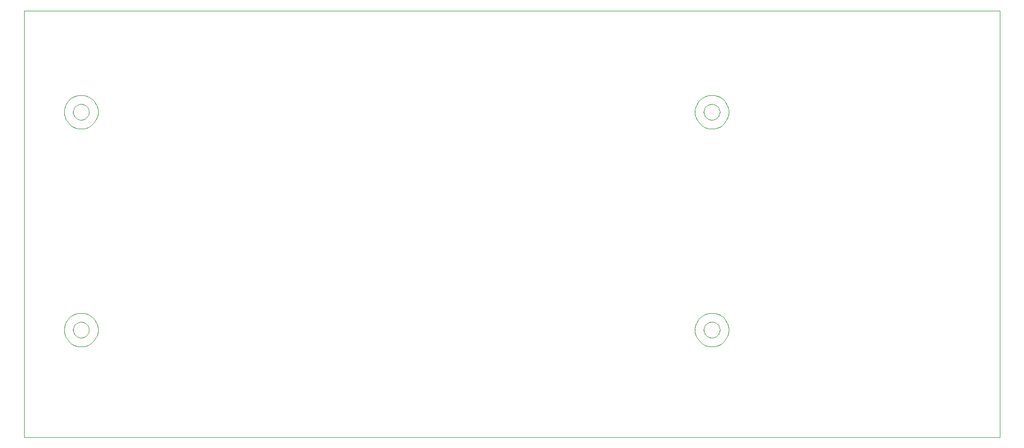
<source format=gbs>
*%FSLAX23Y23*%
*%MOIN*%
G01*
D11*
X13138Y6611D02*
Y9386D01*
X6806D02*
Y6611D01*
Y9386D02*
X13138D01*
Y6611D02*
X6806D01*
D23*
X12576Y7091D02*
D03*
Y9206D02*
D03*
X12571Y8496D02*
D03*
X12576Y7791D02*
D03*
X12326Y7541D02*
D03*
Y6836D02*
D03*
X12456Y7496D02*
D03*
Y7356D02*
D03*
X12396Y6816D02*
D03*
X12426Y6791D02*
D03*
X12456Y6766D02*
D03*
X12486Y6741D02*
D03*
Y7091D02*
D03*
X12491Y7136D02*
D03*
X12481Y8496D02*
D03*
X12486Y7791D02*
D03*
X12426Y8576D02*
D03*
Y8926D02*
D03*
X12476Y8796D02*
D03*
X12486Y9206D02*
D03*
X12186Y8901D02*
D03*
X12231Y7186D02*
D03*
X12186Y7406D02*
D03*
X12141Y7291D02*
D03*
X12276Y8901D02*
D03*
X12321Y8246D02*
D03*
X12181Y8186D02*
D03*
X12291Y8846D02*
D03*
X12216Y8646D02*
D03*
X12186Y6776D02*
D03*
X11931Y9041D02*
D03*
Y7691D02*
D03*
Y6921D02*
D03*
Y8331D02*
D03*
X11591Y7867D02*
D03*
X11566Y9216D02*
D03*
X11546Y8756D02*
D03*
X11646Y7541D02*
D03*
X11566Y8511D02*
D03*
X11646Y8191D02*
D03*
Y7271D02*
D03*
X11616Y7096D02*
D03*
X11486Y8896D02*
D03*
X11446Y7561D02*
D03*
X11456Y8191D02*
D03*
X11371Y7096D02*
D03*
X11511Y9066D02*
D03*
X11201Y6996D02*
D03*
X11031Y7941D02*
D03*
X11091Y7381D02*
D03*
X11076Y6901D02*
D03*
X11091Y7291D02*
D03*
X11071Y8896D02*
D03*
X10971Y8375D02*
D03*
X11091Y8286D02*
D03*
Y7801D02*
D03*
X10786Y7536D02*
D03*
X10841Y6801D02*
D03*
X10786Y7626D02*
D03*
X10881Y8896D02*
D03*
X10776Y8526D02*
D03*
X10786Y8021D02*
D03*
X10776Y8616D02*
D03*
X10786Y8111D02*
D03*
X10879Y7051D02*
D03*
X10571Y8031D02*
D03*
Y7066D02*
D03*
X10711Y7481D02*
D03*
X10731Y6951D02*
D03*
X10726Y7026D02*
D03*
X10561Y8481D02*
D03*
X10664Y8528D02*
D03*
X10686Y7971D02*
D03*
X10556Y7546D02*
D03*
X10486Y8916D02*
D03*
X10421Y7026D02*
D03*
X10191Y7656D02*
D03*
Y7206D02*
D03*
Y7431D02*
D03*
X10231Y7026D02*
D03*
X10186Y8556D02*
D03*
X10191Y8106D02*
D03*
X10186Y8331D02*
D03*
X10191Y7881D02*
D03*
X10186Y8706D02*
D03*
X10081Y7196D02*
D03*
X10111Y6691D02*
D03*
X10021Y6911D02*
D03*
X9991Y6661D02*
D03*
Y7196D02*
D03*
X9976Y7701D02*
D03*
X10051Y6996D02*
D03*
X10166Y6966D02*
D03*
Y6861D02*
D03*
X10051D02*
D03*
X9976Y8281D02*
D03*
X9841Y7326D02*
D03*
X9894Y6803D02*
D03*
X9861Y8041D02*
D03*
X9806Y7941D02*
D03*
X9871Y8158D02*
D03*
Y7824D02*
D03*
X9856Y8346D02*
D03*
X9626Y6801D02*
D03*
X9686Y7016D02*
D03*
X9631Y6986D02*
D03*
X9656Y6951D02*
D03*
X9662Y6771D02*
D03*
X9751Y6916D02*
D03*
X9716Y6956D02*
D03*
X9721Y7248D02*
D03*
X9771Y7642D02*
D03*
X9631Y7701D02*
D03*
X9621Y8281D02*
D03*
X9741Y8158D02*
D03*
Y7824D02*
D03*
X9541Y7361D02*
D03*
X9411Y7041D02*
D03*
X9541Y7076D02*
D03*
X9581Y7361D02*
D03*
X9486Y7211D02*
D03*
X9487Y7006D02*
D03*
X9421Y6726D02*
D03*
X9291Y7001D02*
D03*
X9261Y7026D02*
D03*
X9291Y6901D02*
D03*
X8321Y8011D02*
D03*
X8171Y8151D02*
D03*
X7626Y8171D02*
D03*
X7571Y6981D02*
D03*
X7421Y7481D02*
D03*
D29*
X11158Y8727D02*
X11160D01*
X11158D02*
X11159Y8714D01*
X11161Y8702D01*
X11165Y8690D01*
X11170Y8678D01*
X11177Y8667D01*
X11184Y8657D01*
X11193Y8647D01*
X11203Y8639D01*
X11213Y8632D01*
X11225Y8626D01*
X11237Y8622D01*
X11249Y8619D01*
X11262Y8618D01*
X11274D01*
X11287Y8619D01*
X11299Y8622D01*
X11311Y8626D01*
X11323Y8632D01*
X11333Y8639D01*
X11343Y8647D01*
X11352Y8657D01*
X11359Y8667D01*
X11366Y8678D01*
X11371Y8690D01*
X11375Y8702D01*
X11377Y8714D01*
X11378Y8727D01*
X11378D01*
X11378D02*
X11377Y8740D01*
X11375Y8752D01*
X11371Y8764D01*
X11366Y8776D01*
X11359Y8787D01*
X11352Y8797D01*
X11343Y8807D01*
X11333Y8815D01*
X11323Y8822D01*
X11311Y8828D01*
X11299Y8832D01*
X11287Y8835D01*
X11274Y8836D01*
X11262D01*
X11249Y8835D01*
X11237Y8832D01*
X11225Y8828D01*
X11213Y8822D01*
X11203Y8815D01*
X11193Y8807D01*
X11184Y8797D01*
X11177Y8787D01*
X11170Y8776D01*
X11165Y8764D01*
X11161Y8752D01*
X11159Y8740D01*
X11158Y8727D01*
X11216D02*
X11218D01*
X11216D02*
X11218Y8716D01*
X11221Y8706D01*
X11226Y8697D01*
X11234Y8689D01*
X11242Y8682D01*
X11252Y8678D01*
X11263Y8676D01*
X11273D01*
X11284Y8678D01*
X11294Y8682D01*
X11302Y8689D01*
X11310Y8697D01*
X11315Y8706D01*
X11318Y8716D01*
X11320Y8727D01*
X11320D01*
X11320D02*
X11318Y8738D01*
X11315Y8748D01*
X11310Y8757D01*
X11302Y8765D01*
X11294Y8772D01*
X11284Y8776D01*
X11273Y8778D01*
X11263D01*
X11252Y8776D01*
X11242Y8772D01*
X11234Y8765D01*
X11226Y8757D01*
X11221Y8748D01*
X11218Y8738D01*
X11216Y8727D01*
X11268D02*
D03*
X11158Y7310D02*
X11160D01*
X11158D02*
X11159Y7297D01*
X11161Y7285D01*
X11165Y7273D01*
X11170Y7261D01*
X11177Y7250D01*
X11184Y7240D01*
X11193Y7230D01*
X11203Y7222D01*
X11213Y7215D01*
X11225Y7209D01*
X11237Y7205D01*
X11249Y7202D01*
X11262Y7201D01*
X11274D01*
X11287Y7202D01*
X11299Y7205D01*
X11311Y7209D01*
X11323Y7215D01*
X11333Y7222D01*
X11343Y7230D01*
X11352Y7240D01*
X11359Y7250D01*
X11366Y7261D01*
X11371Y7273D01*
X11375Y7285D01*
X11377Y7297D01*
X11378Y7310D01*
X11378D01*
X11378D02*
X11377Y7323D01*
X11375Y7335D01*
X11371Y7347D01*
X11366Y7359D01*
X11359Y7370D01*
X11352Y7380D01*
X11343Y7390D01*
X11333Y7398D01*
X11323Y7405D01*
X11311Y7411D01*
X11299Y7415D01*
X11287Y7418D01*
X11274Y7419D01*
X11262D01*
X11249Y7418D01*
X11237Y7415D01*
X11225Y7411D01*
X11213Y7405D01*
X11203Y7398D01*
X11193Y7390D01*
X11184Y7380D01*
X11177Y7370D01*
X11170Y7359D01*
X11165Y7347D01*
X11161Y7335D01*
X11159Y7323D01*
X11158Y7310D01*
X11216D02*
X11218D01*
X11216D02*
X11218Y7299D01*
X11221Y7289D01*
X11226Y7280D01*
X11234Y7272D01*
X11242Y7265D01*
X11252Y7261D01*
X11263Y7259D01*
X11273D01*
X11284Y7261D01*
X11294Y7265D01*
X11302Y7272D01*
X11310Y7280D01*
X11315Y7289D01*
X11318Y7299D01*
X11320Y7310D01*
X11320D01*
X11320D02*
X11318Y7321D01*
X11315Y7331D01*
X11310Y7340D01*
X11302Y7348D01*
X11294Y7355D01*
X11284Y7359D01*
X11273Y7361D01*
X11263D01*
X11252Y7359D01*
X11242Y7355D01*
X11234Y7348D01*
X11226Y7340D01*
X11221Y7331D01*
X11218Y7321D01*
X11216Y7310D01*
X11268D02*
D03*
X7064Y8727D02*
X7066D01*
X7064D02*
X7065Y8714D01*
X7067Y8702D01*
X7071Y8690D01*
X7076Y8678D01*
X7083Y8667D01*
X7090Y8657D01*
X7099Y8647D01*
X7109Y8639D01*
X7119Y8632D01*
X7131Y8626D01*
X7143Y8622D01*
X7155Y8619D01*
X7168Y8618D01*
X7180D01*
X7193Y8619D01*
X7205Y8622D01*
X7217Y8626D01*
X7229Y8632D01*
X7239Y8639D01*
X7249Y8647D01*
X7258Y8657D01*
X7265Y8667D01*
X7272Y8678D01*
X7277Y8690D01*
X7281Y8702D01*
X7283Y8714D01*
X7284Y8727D01*
X7284D01*
X7284D02*
X7283Y8740D01*
X7281Y8752D01*
X7277Y8764D01*
X7272Y8776D01*
X7265Y8787D01*
X7258Y8797D01*
X7249Y8807D01*
X7239Y8815D01*
X7229Y8822D01*
X7217Y8828D01*
X7205Y8832D01*
X7193Y8835D01*
X7180Y8836D01*
X7168D01*
X7155Y8835D01*
X7143Y8832D01*
X7131Y8828D01*
X7119Y8822D01*
X7109Y8815D01*
X7099Y8807D01*
X7090Y8797D01*
X7083Y8787D01*
X7076Y8776D01*
X7071Y8764D01*
X7067Y8752D01*
X7065Y8740D01*
X7064Y8727D01*
X7122D02*
X7124D01*
X7122D02*
X7124Y8716D01*
X7127Y8706D01*
X7132Y8697D01*
X7140Y8689D01*
X7148Y8682D01*
X7158Y8678D01*
X7169Y8676D01*
X7179D01*
X7190Y8678D01*
X7200Y8682D01*
X7208Y8689D01*
X7216Y8697D01*
X7221Y8706D01*
X7224Y8716D01*
X7226Y8727D01*
X7226D01*
X7226D02*
X7224Y8738D01*
X7221Y8748D01*
X7216Y8757D01*
X7208Y8765D01*
X7200Y8772D01*
X7190Y8776D01*
X7179Y8778D01*
X7169D01*
X7158Y8776D01*
X7148Y8772D01*
X7140Y8765D01*
X7132Y8757D01*
X7127Y8748D01*
X7124Y8738D01*
X7122Y8727D01*
X7174D02*
D03*
X7064Y7310D02*
X7066D01*
X7064D02*
X7065Y7297D01*
X7067Y7285D01*
X7071Y7273D01*
X7076Y7261D01*
X7083Y7250D01*
X7090Y7240D01*
X7099Y7230D01*
X7109Y7222D01*
X7119Y7215D01*
X7131Y7209D01*
X7143Y7205D01*
X7155Y7202D01*
X7168Y7201D01*
X7180D01*
X7193Y7202D01*
X7205Y7205D01*
X7217Y7209D01*
X7229Y7215D01*
X7239Y7222D01*
X7249Y7230D01*
X7258Y7240D01*
X7265Y7250D01*
X7272Y7261D01*
X7277Y7273D01*
X7281Y7285D01*
X7283Y7297D01*
X7284Y7310D01*
X7284D01*
X7284D02*
X7283Y7323D01*
X7281Y7335D01*
X7277Y7347D01*
X7272Y7359D01*
X7265Y7370D01*
X7258Y7380D01*
X7249Y7390D01*
X7239Y7398D01*
X7229Y7405D01*
X7217Y7411D01*
X7205Y7415D01*
X7193Y7418D01*
X7180Y7419D01*
X7168D01*
X7155Y7418D01*
X7143Y7415D01*
X7131Y7411D01*
X7119Y7405D01*
X7109Y7398D01*
X7099Y7390D01*
X7090Y7380D01*
X7083Y7370D01*
X7076Y7359D01*
X7071Y7347D01*
X7067Y7335D01*
X7065Y7323D01*
X7064Y7310D01*
X7122D02*
X7124D01*
X7122D02*
X7124Y7299D01*
X7127Y7289D01*
X7132Y7280D01*
X7140Y7272D01*
X7148Y7265D01*
X7158Y7261D01*
X7169Y7259D01*
X7179D01*
X7190Y7261D01*
X7200Y7265D01*
X7208Y7272D01*
X7216Y7280D01*
X7221Y7289D01*
X7224Y7299D01*
X7226Y7310D01*
X7226D01*
X7226D02*
X7224Y7321D01*
X7221Y7331D01*
X7216Y7340D01*
X7208Y7348D01*
X7200Y7355D01*
X7190Y7359D01*
X7179Y7361D01*
X7169D01*
X7158Y7359D01*
X7148Y7355D01*
X7140Y7348D01*
X7132Y7340D01*
X7127Y7331D01*
X7124Y7321D01*
X7122Y7310D01*
X7174D02*
D03*
D31*
X8606Y6801D02*
D03*
X8206D02*
D03*
X9156Y6901D02*
D03*
X9106Y6801D02*
D03*
X9056Y6901D02*
D03*
X9006Y6801D02*
D03*
X8956Y6901D02*
D03*
X8906Y6801D02*
D03*
X8856Y6901D02*
D03*
X8806Y6801D02*
D03*
X8756Y6901D02*
D03*
X8706Y6801D02*
D03*
X8656Y6901D02*
D03*
X8556D02*
D03*
X8506Y6801D02*
D03*
X8456Y6901D02*
D03*
X8406Y6801D02*
D03*
X8356Y6901D02*
D03*
X8306Y6801D02*
D03*
X8256Y6901D02*
D03*
X7416Y6801D02*
D03*
X7016D02*
D03*
X7966Y6901D02*
D03*
X7916Y6801D02*
D03*
X7866Y6901D02*
D03*
X7816Y6801D02*
D03*
X7766Y6901D02*
D03*
X7716Y6801D02*
D03*
X7666Y6901D02*
D03*
X7616Y6801D02*
D03*
X7566Y6901D02*
D03*
X7516Y6801D02*
D03*
X7466Y6901D02*
D03*
X7366D02*
D03*
X7316Y6801D02*
D03*
X7266Y6901D02*
D03*
X7216Y6801D02*
D03*
X7166Y6901D02*
D03*
X7116Y6801D02*
D03*
X7066Y6901D02*
D03*
D35*
X12672Y7764D02*
D03*
Y7664D02*
D03*
Y8373D02*
D03*
Y8473D02*
D03*
Y9182D02*
D03*
Y9082D02*
D03*
Y6955D02*
D03*
Y7055D02*
D03*
D37*
X12872Y9080D02*
D03*
Y6955D02*
D03*
X8150Y6873D02*
D03*
X6960D02*
D03*
D40*
X12971Y8981D02*
D03*
X12773D02*
D03*
Y9179D02*
D03*
X12971D02*
D03*
Y7054D02*
D03*
X12773D02*
D03*
Y6856D02*
D03*
X12971D02*
D03*
D46*
X12872Y9282D02*
D03*
D48*
Y7464D02*
D03*
Y7864D02*
D03*
Y8573D02*
D03*
Y8173D02*
D03*
Y8882D02*
D03*
Y7155D02*
D03*
Y6755D02*
D03*
M02*

</source>
